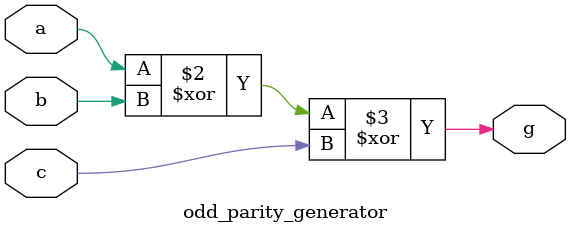
<source format=v>
module odd_parity_generator(input a,b,c,output reg g);

always@(a or b or c)begin

  g= a ^ b ^ c;
  
end
endmodule

</source>
